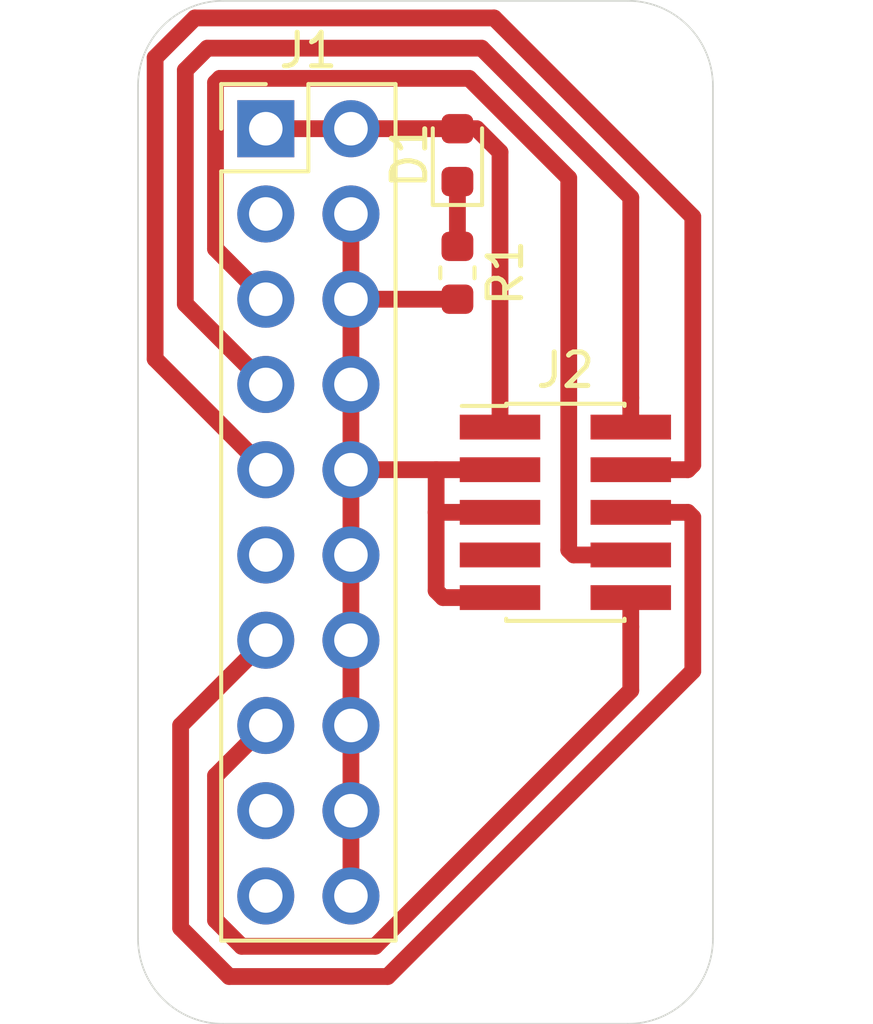
<source format=kicad_pcb>
(kicad_pcb (version 20171130) (host pcbnew 5.1.2)

  (general
    (thickness 1.6)
    (drawings 8)
    (tracks 53)
    (zones 0)
    (modules 4)
    (nets 9)
  )

  (page A4)
  (layers
    (0 F.Cu signal)
    (31 B.Cu signal)
    (32 B.Adhes user)
    (33 F.Adhes user)
    (34 B.Paste user)
    (35 F.Paste user)
    (36 B.SilkS user)
    (37 F.SilkS user)
    (38 B.Mask user)
    (39 F.Mask user)
    (40 Dwgs.User user)
    (41 Cmts.User user)
    (42 Eco1.User user)
    (43 Eco2.User user)
    (44 Edge.Cuts user)
    (45 Margin user)
    (46 B.CrtYd user)
    (47 F.CrtYd user)
    (48 B.Fab user)
    (49 F.Fab user)
  )

  (setup
    (last_trace_width 0.5)
    (trace_clearance 0.4)
    (zone_clearance 0.508)
    (zone_45_only no)
    (trace_min 0.2)
    (via_size 0.8)
    (via_drill 0.4)
    (via_min_size 0.4)
    (via_min_drill 0.3)
    (uvia_size 0.3)
    (uvia_drill 0.1)
    (uvias_allowed no)
    (uvia_min_size 0.2)
    (uvia_min_drill 0.1)
    (edge_width 0.05)
    (segment_width 0.2)
    (pcb_text_width 0.3)
    (pcb_text_size 1.5 1.5)
    (mod_edge_width 0.12)
    (mod_text_size 1 1)
    (mod_text_width 0.15)
    (pad_size 1.524 1.524)
    (pad_drill 0.762)
    (pad_to_mask_clearance 0.051)
    (solder_mask_min_width 0.25)
    (aux_axis_origin 152.4 73.66)
    (grid_origin 152.4 73.66)
    (visible_elements FFFFFF7F)
    (pcbplotparams
      (layerselection 0x01000_ffffffff)
      (usegerberextensions false)
      (usegerberattributes false)
      (usegerberadvancedattributes false)
      (creategerberjobfile false)
      (excludeedgelayer false)
      (linewidth 0.100000)
      (plotframeref false)
      (viasonmask false)
      (mode 2)
      (useauxorigin false)
      (hpglpennumber 1)
      (hpglpenspeed 20)
      (hpglpendiameter 15.000000)
      (psnegative false)
      (psa4output false)
      (plotreference true)
      (plotvalue true)
      (plotinvisibletext false)
      (padsonsilk false)
      (subtractmaskfromsilk false)
      (outputformat 0)
      (mirror false)
      (drillshape 2)
      (scaleselection 1)
      (outputdirectory ""))
  )

  (net 0 "")
  (net 1 +3V3)
  (net 2 "Net-(D1-Pad1)")
  (net 3 GND)
  (net 4 "Net-(J1-Pad15)")
  (net 5 "Net-(J1-Pad13)")
  (net 6 "Net-(J1-Pad9)")
  (net 7 "Net-(J1-Pad7)")
  (net 8 "Net-(J1-Pad5)")

  (net_class Default "This is the default net class."
    (clearance 0.4)
    (trace_width 0.5)
    (via_dia 0.8)
    (via_drill 0.4)
    (uvia_dia 0.3)
    (uvia_drill 0.1)
    (add_net +3V3)
    (add_net GND)
    (add_net "Net-(D1-Pad1)")
    (add_net "Net-(J1-Pad13)")
    (add_net "Net-(J1-Pad15)")
    (add_net "Net-(J1-Pad5)")
    (add_net "Net-(J1-Pad7)")
    (add_net "Net-(J1-Pad9)")
  )

  (module Resistor_SMD:R_0603_1608Metric (layer F.Cu) (tedit 5B301BBD) (tstamp 5D1854F6)
    (at 161.925 81.7625 270)
    (descr "Resistor SMD 0603 (1608 Metric), square (rectangular) end terminal, IPC_7351 nominal, (Body size source: http://www.tortai-tech.com/upload/download/2011102023233369053.pdf), generated with kicad-footprint-generator")
    (tags resistor)
    (path /5D186DBD)
    (attr smd)
    (fp_text reference R1 (at 0 -1.43 90) (layer F.SilkS)
      (effects (font (size 1 1) (thickness 0.15)))
    )
    (fp_text value R (at 0 1.43 90) (layer F.Fab)
      (effects (font (size 1 1) (thickness 0.15)))
    )
    (fp_text user %R (at 0 0 90) (layer F.Fab)
      (effects (font (size 0.4 0.4) (thickness 0.06)))
    )
    (fp_line (start 1.48 0.73) (end -1.48 0.73) (layer F.CrtYd) (width 0.05))
    (fp_line (start 1.48 -0.73) (end 1.48 0.73) (layer F.CrtYd) (width 0.05))
    (fp_line (start -1.48 -0.73) (end 1.48 -0.73) (layer F.CrtYd) (width 0.05))
    (fp_line (start -1.48 0.73) (end -1.48 -0.73) (layer F.CrtYd) (width 0.05))
    (fp_line (start -0.162779 0.51) (end 0.162779 0.51) (layer F.SilkS) (width 0.12))
    (fp_line (start -0.162779 -0.51) (end 0.162779 -0.51) (layer F.SilkS) (width 0.12))
    (fp_line (start 0.8 0.4) (end -0.8 0.4) (layer F.Fab) (width 0.1))
    (fp_line (start 0.8 -0.4) (end 0.8 0.4) (layer F.Fab) (width 0.1))
    (fp_line (start -0.8 -0.4) (end 0.8 -0.4) (layer F.Fab) (width 0.1))
    (fp_line (start -0.8 0.4) (end -0.8 -0.4) (layer F.Fab) (width 0.1))
    (pad 2 smd roundrect (at 0.7875 0 270) (size 0.875 0.95) (layers F.Cu F.Paste F.Mask) (roundrect_rratio 0.25)
      (net 3 GND))
    (pad 1 smd roundrect (at -0.7875 0 270) (size 0.875 0.95) (layers F.Cu F.Paste F.Mask) (roundrect_rratio 0.25)
      (net 2 "Net-(D1-Pad1)"))
    (model ${KISYS3DMOD}/Resistor_SMD.3dshapes/R_0603_1608Metric.wrl
      (at (xyz 0 0 0))
      (scale (xyz 1 1 1))
      (rotate (xyz 0 0 0))
    )
  )

  (module Connector_PinHeader_1.27mm:PinHeader_2x05_P1.27mm_Vertical_SMD (layer F.Cu) (tedit 59FED6E3) (tstamp 5D185734)
    (at 165.145 88.9)
    (descr "surface-mounted straight pin header, 2x05, 1.27mm pitch, double rows")
    (tags "Surface mounted pin header SMD 2x05 1.27mm double row")
    (path /5D1812E8)
    (attr smd)
    (fp_text reference J2 (at 0 -4.235) (layer F.SilkS)
      (effects (font (size 1 1) (thickness 0.15)))
    )
    (fp_text value Conn_ARM_JTAG_SWD_10 (at 0 4.235) (layer F.Fab)
      (effects (font (size 1 1) (thickness 0.15)))
    )
    (fp_text user %R (at 0 0 90) (layer F.Fab)
      (effects (font (size 1 1) (thickness 0.15)))
    )
    (fp_line (start 4.3 -3.7) (end -4.3 -3.7) (layer F.CrtYd) (width 0.05))
    (fp_line (start 4.3 3.7) (end 4.3 -3.7) (layer F.CrtYd) (width 0.05))
    (fp_line (start -4.3 3.7) (end 4.3 3.7) (layer F.CrtYd) (width 0.05))
    (fp_line (start -4.3 -3.7) (end -4.3 3.7) (layer F.CrtYd) (width 0.05))
    (fp_line (start 1.765 3.17) (end 1.765 3.235) (layer F.SilkS) (width 0.12))
    (fp_line (start -1.765 3.17) (end -1.765 3.235) (layer F.SilkS) (width 0.12))
    (fp_line (start 1.765 -3.235) (end 1.765 -3.17) (layer F.SilkS) (width 0.12))
    (fp_line (start -1.765 -3.235) (end -1.765 -3.17) (layer F.SilkS) (width 0.12))
    (fp_line (start -3.09 -3.17) (end -1.765 -3.17) (layer F.SilkS) (width 0.12))
    (fp_line (start -1.765 3.235) (end 1.765 3.235) (layer F.SilkS) (width 0.12))
    (fp_line (start -1.765 -3.235) (end 1.765 -3.235) (layer F.SilkS) (width 0.12))
    (fp_line (start 2.75 2.74) (end 1.705 2.74) (layer F.Fab) (width 0.1))
    (fp_line (start 2.75 2.34) (end 2.75 2.74) (layer F.Fab) (width 0.1))
    (fp_line (start 1.705 2.34) (end 2.75 2.34) (layer F.Fab) (width 0.1))
    (fp_line (start -2.75 2.74) (end -1.705 2.74) (layer F.Fab) (width 0.1))
    (fp_line (start -2.75 2.34) (end -2.75 2.74) (layer F.Fab) (width 0.1))
    (fp_line (start -1.705 2.34) (end -2.75 2.34) (layer F.Fab) (width 0.1))
    (fp_line (start 2.75 1.47) (end 1.705 1.47) (layer F.Fab) (width 0.1))
    (fp_line (start 2.75 1.07) (end 2.75 1.47) (layer F.Fab) (width 0.1))
    (fp_line (start 1.705 1.07) (end 2.75 1.07) (layer F.Fab) (width 0.1))
    (fp_line (start -2.75 1.47) (end -1.705 1.47) (layer F.Fab) (width 0.1))
    (fp_line (start -2.75 1.07) (end -2.75 1.47) (layer F.Fab) (width 0.1))
    (fp_line (start -1.705 1.07) (end -2.75 1.07) (layer F.Fab) (width 0.1))
    (fp_line (start 2.75 0.2) (end 1.705 0.2) (layer F.Fab) (width 0.1))
    (fp_line (start 2.75 -0.2) (end 2.75 0.2) (layer F.Fab) (width 0.1))
    (fp_line (start 1.705 -0.2) (end 2.75 -0.2) (layer F.Fab) (width 0.1))
    (fp_line (start -2.75 0.2) (end -1.705 0.2) (layer F.Fab) (width 0.1))
    (fp_line (start -2.75 -0.2) (end -2.75 0.2) (layer F.Fab) (width 0.1))
    (fp_line (start -1.705 -0.2) (end -2.75 -0.2) (layer F.Fab) (width 0.1))
    (fp_line (start 2.75 -1.07) (end 1.705 -1.07) (layer F.Fab) (width 0.1))
    (fp_line (start 2.75 -1.47) (end 2.75 -1.07) (layer F.Fab) (width 0.1))
    (fp_line (start 1.705 -1.47) (end 2.75 -1.47) (layer F.Fab) (width 0.1))
    (fp_line (start -2.75 -1.07) (end -1.705 -1.07) (layer F.Fab) (width 0.1))
    (fp_line (start -2.75 -1.47) (end -2.75 -1.07) (layer F.Fab) (width 0.1))
    (fp_line (start -1.705 -1.47) (end -2.75 -1.47) (layer F.Fab) (width 0.1))
    (fp_line (start 2.75 -2.34) (end 1.705 -2.34) (layer F.Fab) (width 0.1))
    (fp_line (start 2.75 -2.74) (end 2.75 -2.34) (layer F.Fab) (width 0.1))
    (fp_line (start 1.705 -2.74) (end 2.75 -2.74) (layer F.Fab) (width 0.1))
    (fp_line (start -2.75 -2.34) (end -1.705 -2.34) (layer F.Fab) (width 0.1))
    (fp_line (start -2.75 -2.74) (end -2.75 -2.34) (layer F.Fab) (width 0.1))
    (fp_line (start -1.705 -2.74) (end -2.75 -2.74) (layer F.Fab) (width 0.1))
    (fp_line (start 1.705 -3.175) (end 1.705 3.175) (layer F.Fab) (width 0.1))
    (fp_line (start -1.705 -2.74) (end -1.27 -3.175) (layer F.Fab) (width 0.1))
    (fp_line (start -1.705 3.175) (end -1.705 -2.74) (layer F.Fab) (width 0.1))
    (fp_line (start -1.27 -3.175) (end 1.705 -3.175) (layer F.Fab) (width 0.1))
    (fp_line (start 1.705 3.175) (end -1.705 3.175) (layer F.Fab) (width 0.1))
    (pad 10 smd rect (at 1.95 2.54) (size 2.4 0.74) (layers F.Cu F.Paste F.Mask)
      (net 4 "Net-(J1-Pad15)"))
    (pad 9 smd rect (at -1.95 2.54) (size 2.4 0.74) (layers F.Cu F.Paste F.Mask)
      (net 3 GND))
    (pad 8 smd rect (at 1.95 1.27) (size 2.4 0.74) (layers F.Cu F.Paste F.Mask)
      (net 8 "Net-(J1-Pad5)"))
    (pad 7 smd rect (at -1.95 1.27) (size 2.4 0.74) (layers F.Cu F.Paste F.Mask))
    (pad 6 smd rect (at 1.95 0) (size 2.4 0.74) (layers F.Cu F.Paste F.Mask)
      (net 5 "Net-(J1-Pad13)"))
    (pad 5 smd rect (at -1.95 0) (size 2.4 0.74) (layers F.Cu F.Paste F.Mask)
      (net 3 GND))
    (pad 4 smd rect (at 1.95 -1.27) (size 2.4 0.74) (layers F.Cu F.Paste F.Mask)
      (net 6 "Net-(J1-Pad9)"))
    (pad 3 smd rect (at -1.95 -1.27) (size 2.4 0.74) (layers F.Cu F.Paste F.Mask)
      (net 3 GND))
    (pad 2 smd rect (at 1.95 -2.54) (size 2.4 0.74) (layers F.Cu F.Paste F.Mask)
      (net 7 "Net-(J1-Pad7)"))
    (pad 1 smd rect (at -1.95 -2.54) (size 2.4 0.74) (layers F.Cu F.Paste F.Mask)
      (net 1 +3V3))
    (model ${KISYS3DMOD}/Connector_PinHeader_1.27mm.3dshapes/PinHeader_2x05_P1.27mm_Vertical_SMD.wrl
      (at (xyz 0 0 0))
      (scale (xyz 1 1 1))
      (rotate (xyz 0 0 0))
    )
  )

  (module Connector_PinHeader_2.54mm:PinHeader_2x10_P2.54mm_Vertical (layer F.Cu) (tedit 59FED5CC) (tstamp 5D185B83)
    (at 156.21 77.47)
    (descr "Through hole straight pin header, 2x10, 2.54mm pitch, double rows")
    (tags "Through hole pin header THT 2x10 2.54mm double row")
    (path /5D181C0A)
    (fp_text reference J1 (at 1.27 -2.33) (layer F.SilkS)
      (effects (font (size 1 1) (thickness 0.15)))
    )
    (fp_text value Conn_ARM_JTAG_SWD_20 (at 1.27 25.19) (layer F.Fab)
      (effects (font (size 1 1) (thickness 0.15)))
    )
    (fp_text user %R (at 1.27 11.43 90) (layer F.Fab)
      (effects (font (size 1 1) (thickness 0.15)))
    )
    (fp_line (start 4.35 -1.8) (end -1.8 -1.8) (layer F.CrtYd) (width 0.05))
    (fp_line (start 4.35 24.65) (end 4.35 -1.8) (layer F.CrtYd) (width 0.05))
    (fp_line (start -1.8 24.65) (end 4.35 24.65) (layer F.CrtYd) (width 0.05))
    (fp_line (start -1.8 -1.8) (end -1.8 24.65) (layer F.CrtYd) (width 0.05))
    (fp_line (start -1.33 -1.33) (end 0 -1.33) (layer F.SilkS) (width 0.12))
    (fp_line (start -1.33 0) (end -1.33 -1.33) (layer F.SilkS) (width 0.12))
    (fp_line (start 1.27 -1.33) (end 3.87 -1.33) (layer F.SilkS) (width 0.12))
    (fp_line (start 1.27 1.27) (end 1.27 -1.33) (layer F.SilkS) (width 0.12))
    (fp_line (start -1.33 1.27) (end 1.27 1.27) (layer F.SilkS) (width 0.12))
    (fp_line (start 3.87 -1.33) (end 3.87 24.19) (layer F.SilkS) (width 0.12))
    (fp_line (start -1.33 1.27) (end -1.33 24.19) (layer F.SilkS) (width 0.12))
    (fp_line (start -1.33 24.19) (end 3.87 24.19) (layer F.SilkS) (width 0.12))
    (fp_line (start -1.27 0) (end 0 -1.27) (layer F.Fab) (width 0.1))
    (fp_line (start -1.27 24.13) (end -1.27 0) (layer F.Fab) (width 0.1))
    (fp_line (start 3.81 24.13) (end -1.27 24.13) (layer F.Fab) (width 0.1))
    (fp_line (start 3.81 -1.27) (end 3.81 24.13) (layer F.Fab) (width 0.1))
    (fp_line (start 0 -1.27) (end 3.81 -1.27) (layer F.Fab) (width 0.1))
    (pad 20 thru_hole oval (at 2.54 22.86) (size 1.7 1.7) (drill 1) (layers *.Cu *.Mask)
      (net 3 GND))
    (pad 19 thru_hole oval (at 0 22.86) (size 1.7 1.7) (drill 1) (layers *.Cu *.Mask))
    (pad 18 thru_hole oval (at 2.54 20.32) (size 1.7 1.7) (drill 1) (layers *.Cu *.Mask)
      (net 3 GND))
    (pad 17 thru_hole oval (at 0 20.32) (size 1.7 1.7) (drill 1) (layers *.Cu *.Mask))
    (pad 16 thru_hole oval (at 2.54 17.78) (size 1.7 1.7) (drill 1) (layers *.Cu *.Mask)
      (net 3 GND))
    (pad 15 thru_hole oval (at 0 17.78) (size 1.7 1.7) (drill 1) (layers *.Cu *.Mask)
      (net 4 "Net-(J1-Pad15)"))
    (pad 14 thru_hole oval (at 2.54 15.24) (size 1.7 1.7) (drill 1) (layers *.Cu *.Mask)
      (net 3 GND))
    (pad 13 thru_hole oval (at 0 15.24) (size 1.7 1.7) (drill 1) (layers *.Cu *.Mask)
      (net 5 "Net-(J1-Pad13)"))
    (pad 12 thru_hole oval (at 2.54 12.7) (size 1.7 1.7) (drill 1) (layers *.Cu *.Mask)
      (net 3 GND))
    (pad 11 thru_hole oval (at 0 12.7) (size 1.7 1.7) (drill 1) (layers *.Cu *.Mask))
    (pad 10 thru_hole oval (at 2.54 10.16) (size 1.7 1.7) (drill 1) (layers *.Cu *.Mask)
      (net 3 GND))
    (pad 9 thru_hole oval (at 0 10.16) (size 1.7 1.7) (drill 1) (layers *.Cu *.Mask)
      (net 6 "Net-(J1-Pad9)"))
    (pad 8 thru_hole oval (at 2.54 7.62) (size 1.7 1.7) (drill 1) (layers *.Cu *.Mask)
      (net 3 GND))
    (pad 7 thru_hole oval (at 0 7.62) (size 1.7 1.7) (drill 1) (layers *.Cu *.Mask)
      (net 7 "Net-(J1-Pad7)"))
    (pad 6 thru_hole oval (at 2.54 5.08) (size 1.7 1.7) (drill 1) (layers *.Cu *.Mask)
      (net 3 GND))
    (pad 5 thru_hole oval (at 0 5.08) (size 1.7 1.7) (drill 1) (layers *.Cu *.Mask)
      (net 8 "Net-(J1-Pad5)"))
    (pad 4 thru_hole oval (at 2.54 2.54) (size 1.7 1.7) (drill 1) (layers *.Cu *.Mask)
      (net 3 GND))
    (pad 3 thru_hole oval (at 0 2.54) (size 1.7 1.7) (drill 1) (layers *.Cu *.Mask))
    (pad 2 thru_hole oval (at 2.54 0) (size 1.7 1.7) (drill 1) (layers *.Cu *.Mask)
      (net 1 +3V3))
    (pad 1 thru_hole rect (at 0 0) (size 1.7 1.7) (drill 1) (layers *.Cu *.Mask)
      (net 1 +3V3))
    (model ${KISYS3DMOD}/Connector_PinHeader_2.54mm.3dshapes/PinHeader_2x10_P2.54mm_Vertical.wrl
      (at (xyz 0 0 0))
      (scale (xyz 1 1 1))
      (rotate (xyz 0 0 0))
    )
  )

  (module LED_SMD:LED_0603_1608Metric (layer F.Cu) (tedit 5B301BBE) (tstamp 5D18547E)
    (at 161.925 78.2575 90)
    (descr "LED SMD 0603 (1608 Metric), square (rectangular) end terminal, IPC_7351 nominal, (Body size source: http://www.tortai-tech.com/upload/download/2011102023233369053.pdf), generated with kicad-footprint-generator")
    (tags diode)
    (path /5D1864AC)
    (attr smd)
    (fp_text reference D1 (at 0 -1.43 90) (layer F.SilkS)
      (effects (font (size 1 1) (thickness 0.15)))
    )
    (fp_text value LED (at 0 1.43 90) (layer F.Fab)
      (effects (font (size 1 1) (thickness 0.15)))
    )
    (fp_text user %R (at 0 0 90) (layer F.Fab)
      (effects (font (size 0.4 0.4) (thickness 0.06)))
    )
    (fp_line (start 1.48 0.73) (end -1.48 0.73) (layer F.CrtYd) (width 0.05))
    (fp_line (start 1.48 -0.73) (end 1.48 0.73) (layer F.CrtYd) (width 0.05))
    (fp_line (start -1.48 -0.73) (end 1.48 -0.73) (layer F.CrtYd) (width 0.05))
    (fp_line (start -1.48 0.73) (end -1.48 -0.73) (layer F.CrtYd) (width 0.05))
    (fp_line (start -1.485 0.735) (end 0.8 0.735) (layer F.SilkS) (width 0.12))
    (fp_line (start -1.485 -0.735) (end -1.485 0.735) (layer F.SilkS) (width 0.12))
    (fp_line (start 0.8 -0.735) (end -1.485 -0.735) (layer F.SilkS) (width 0.12))
    (fp_line (start 0.8 0.4) (end 0.8 -0.4) (layer F.Fab) (width 0.1))
    (fp_line (start -0.8 0.4) (end 0.8 0.4) (layer F.Fab) (width 0.1))
    (fp_line (start -0.8 -0.1) (end -0.8 0.4) (layer F.Fab) (width 0.1))
    (fp_line (start -0.5 -0.4) (end -0.8 -0.1) (layer F.Fab) (width 0.1))
    (fp_line (start 0.8 -0.4) (end -0.5 -0.4) (layer F.Fab) (width 0.1))
    (pad 2 smd roundrect (at 0.7875 0 90) (size 0.875 0.95) (layers F.Cu F.Paste F.Mask) (roundrect_rratio 0.25)
      (net 1 +3V3))
    (pad 1 smd roundrect (at -0.7875 0 90) (size 0.875 0.95) (layers F.Cu F.Paste F.Mask) (roundrect_rratio 0.25)
      (net 2 "Net-(D1-Pad1)"))
    (model ${KISYS3DMOD}/LED_SMD.3dshapes/LED_0603_1608Metric.wrl
      (at (xyz 0 0 0))
      (scale (xyz 1 1 1))
      (rotate (xyz 0 0 0))
    )
  )

  (gr_line (start 169.545 101.6) (end 169.545 76.2) (layer Edge.Cuts) (width 0.05) (tstamp 5D185F9A))
  (gr_line (start 154.94 104.14) (end 167.005 104.14) (layer Edge.Cuts) (width 0.05))
  (gr_line (start 152.4 76.2) (end 152.4 101.6) (layer Edge.Cuts) (width 0.05))
  (gr_line (start 167.005 73.66) (end 154.94 73.66) (layer Edge.Cuts) (width 0.05) (tstamp 5D185F99))
  (gr_arc (start 167.005 76.2) (end 169.545 76.2) (angle -90) (layer Edge.Cuts) (width 0.05))
  (gr_arc (start 167.005 101.6) (end 167.005 104.14) (angle -90) (layer Edge.Cuts) (width 0.05))
  (gr_arc (start 154.94 101.6) (end 152.4 101.6) (angle -90) (layer Edge.Cuts) (width 0.05))
  (gr_arc (start 154.94 76.2) (end 154.94 73.66) (angle -90) (layer Edge.Cuts) (width 0.05))

  (segment (start 158.75 77.47) (end 161.925 77.47) (width 0.5) (layer F.Cu) (net 1))
  (segment (start 163.195 86.36) (end 163.195 78.165) (width 0.5) (layer F.Cu) (net 1))
  (segment (start 162.5 77.47) (end 161.925 77.47) (width 0.5) (layer F.Cu) (net 1))
  (segment (start 163.195 78.165) (end 162.5 77.47) (width 0.5) (layer F.Cu) (net 1))
  (segment (start 156.21 77.47) (end 158.75 77.47) (width 0.5) (layer F.Cu) (net 1))
  (segment (start 161.925 79.045) (end 161.925 80.975) (width 0.5) (layer F.Cu) (net 2))
  (segment (start 161.925 82.55) (end 158.75 82.55) (width 0.5) (layer F.Cu) (net 3))
  (segment (start 158.75 80.01) (end 158.75 100.33) (width 0.5) (layer F.Cu) (net 3))
  (segment (start 161.495 91.44) (end 161.29 91.235) (width 0.5) (layer F.Cu) (net 3))
  (segment (start 163.195 91.44) (end 161.495 91.44) (width 0.5) (layer F.Cu) (net 3))
  (segment (start 158.75 87.63) (end 161.29 87.63) (width 0.5) (layer F.Cu) (net 3))
  (segment (start 161.29 87.63) (end 163.195 87.63) (width 0.5) (layer F.Cu) (net 3))
  (segment (start 163.195 88.9) (end 161.29 88.9) (width 0.5) (layer F.Cu) (net 3))
  (segment (start 161.29 91.235) (end 161.29 88.9) (width 0.5) (layer F.Cu) (net 3))
  (segment (start 161.29 88.9) (end 161.29 87.63) (width 0.5) (layer F.Cu) (net 3))
  (segment (start 167.095 92.31) (end 167.095 91.44) (width 0.5) (layer F.Cu) (net 4))
  (segment (start 167.095 94.205002) (end 167.095 92.31) (width 0.5) (layer F.Cu) (net 4))
  (segment (start 154.709999 101.050001) (end 155.489999 101.830001) (width 0.5) (layer F.Cu) (net 4))
  (segment (start 156.21 95.25) (end 154.709999 96.750001) (width 0.5) (layer F.Cu) (net 4))
  (segment (start 154.709999 96.750001) (end 154.709999 101.050001) (width 0.5) (layer F.Cu) (net 4))
  (segment (start 155.489999 101.830001) (end 159.470001 101.830001) (width 0.5) (layer F.Cu) (net 4))
  (segment (start 159.470001 101.830001) (end 167.095 94.205002) (width 0.5) (layer F.Cu) (net 4))
  (segment (start 168.795 88.9) (end 167.095 88.9) (width 0.5) (layer F.Cu) (net 5))
  (segment (start 168.945001 89.050001) (end 168.795 88.9) (width 0.5) (layer F.Cu) (net 5))
  (segment (start 168.945001 93.627807) (end 168.945001 89.050001) (width 0.5) (layer F.Cu) (net 5))
  (segment (start 153.67 95.25) (end 153.67 101.282808) (width 0.5) (layer F.Cu) (net 5))
  (segment (start 156.21 92.71) (end 153.67 95.25) (width 0.5) (layer F.Cu) (net 5))
  (segment (start 159.842798 102.73001) (end 168.945001 93.627807) (width 0.5) (layer F.Cu) (net 5))
  (segment (start 153.67 101.282808) (end 155.117202 102.73001) (width 0.5) (layer F.Cu) (net 5))
  (segment (start 155.117202 102.73001) (end 159.842798 102.73001) (width 0.5) (layer F.Cu) (net 5))
  (segment (start 168.795 87.63) (end 167.095 87.63) (width 0.5) (layer F.Cu) (net 6))
  (segment (start 168.945001 87.479999) (end 168.795 87.63) (width 0.5) (layer F.Cu) (net 6))
  (segment (start 168.945001 80.096583) (end 168.945001 87.479999) (width 0.5) (layer F.Cu) (net 6))
  (segment (start 152.909981 84.329981) (end 152.909981 75.354405) (width 0.5) (layer F.Cu) (net 6))
  (segment (start 156.21 87.63) (end 152.909981 84.329981) (width 0.5) (layer F.Cu) (net 6))
  (segment (start 163.018399 74.169981) (end 168.945001 80.096583) (width 0.5) (layer F.Cu) (net 6))
  (segment (start 152.909981 75.354405) (end 154.094408 74.16998) (width 0.5) (layer F.Cu) (net 6))
  (segment (start 154.094408 74.16998) (end 163.018399 74.169981) (width 0.5) (layer F.Cu) (net 6))
  (segment (start 167.095 85.49) (end 167.095 86.36) (width 0.5) (layer F.Cu) (net 7))
  (segment (start 167.095 79.519388) (end 167.095 85.49) (width 0.5) (layer F.Cu) (net 7))
  (segment (start 153.809989 82.689989) (end 153.80999 75.727202) (width 0.5) (layer F.Cu) (net 7))
  (segment (start 156.21 85.09) (end 153.809989 82.689989) (width 0.5) (layer F.Cu) (net 7))
  (segment (start 153.80999 75.727202) (end 154.467203 75.069989) (width 0.5) (layer F.Cu) (net 7))
  (segment (start 154.467203 75.069989) (end 162.645602 75.06999) (width 0.5) (layer F.Cu) (net 7))
  (segment (start 162.645602 75.06999) (end 167.095 79.519388) (width 0.5) (layer F.Cu) (net 7))
  (segment (start 165.395 90.17) (end 167.095 90.17) (width 0.5) (layer F.Cu) (net 8))
  (segment (start 165.244999 90.019999) (end 165.395 90.17) (width 0.5) (layer F.Cu) (net 8))
  (segment (start 165.244999 78.942193) (end 165.244999 90.019999) (width 0.5) (layer F.Cu) (net 8))
  (segment (start 156.21 82.55) (end 154.709999 81.049999) (width 0.5) (layer F.Cu) (net 8))
  (segment (start 154.709999 81.049999) (end 154.709999 76.099999) (width 0.5) (layer F.Cu) (net 8))
  (segment (start 154.709999 76.099999) (end 154.839999 75.969999) (width 0.5) (layer F.Cu) (net 8))
  (segment (start 154.839999 75.969999) (end 162.272805 75.969999) (width 0.5) (layer F.Cu) (net 8))
  (segment (start 162.272805 75.969999) (end 165.244999 78.942193) (width 0.5) (layer F.Cu) (net 8))

)

</source>
